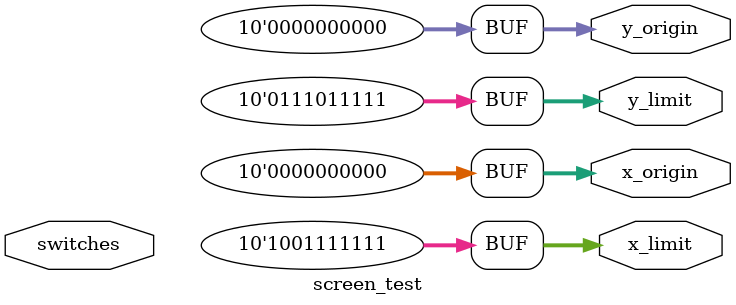
<source format=v>
/**
 * This verilog module allows us to test with different origins and limits.
 * 
 * Author: Malcolm Watt
 */

module screen_test(switches, x_origin, y_origin, x_limit, y_limit);
	input [17:0] switches;

	
	// The four corners of the bounding square to display
	output reg [9:0] x_origin;
	output reg [9:0] y_origin;
	output reg [9:0] x_limit;
	output reg [9:0] y_limit;
	
	always @(*) begin
		x_origin <= 10'b0000000000;
		y_origin <= 10'b0000000000;
		x_limit <= 10'b1001111111;
		y_limit <= 10'b111011111;
	end
endmodule
	
</source>
